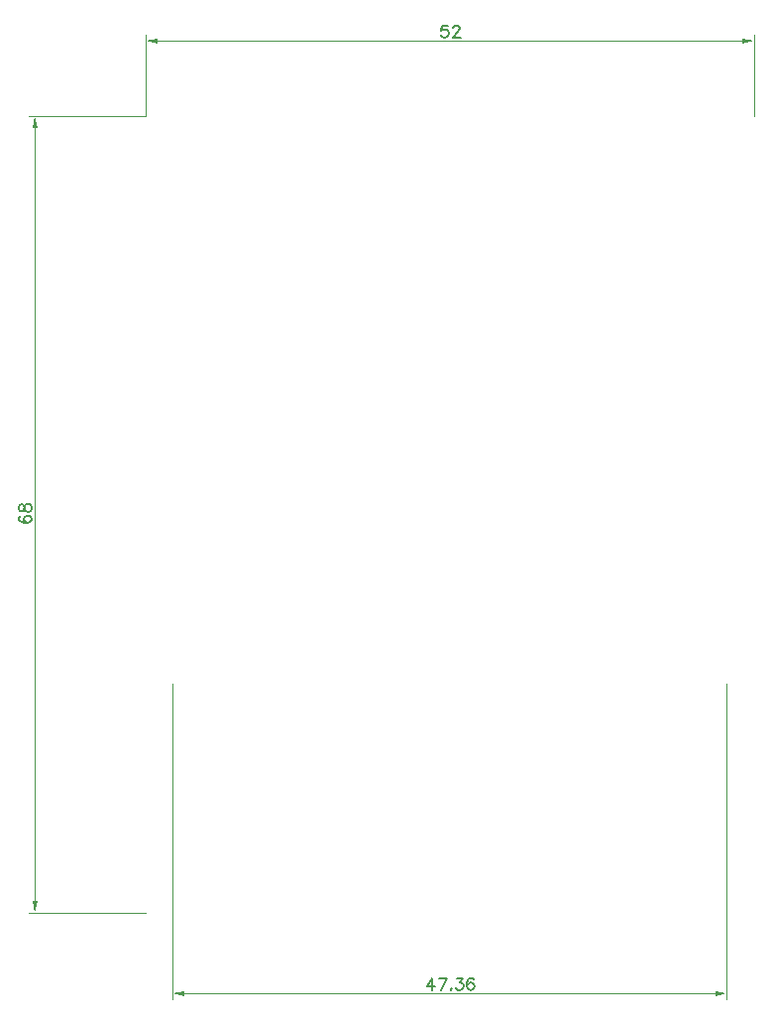
<source format=gbr>
G04 DipTrace 3.0.0.2*
G04 TopDimension.gbr*
%MOMM*%
G04 #@! TF.FileFunction,Drawing,Top*
G04 #@! TF.Part,Single*
%ADD13C,0.035*%
%ADD45C,0.15686*%
%FSLAX35Y35*%
G04*
G71*
G90*
G75*
G01*
G04 TopDimension*
%LPD*%
X1000000Y7800000D2*
D13*
Y8489473D1*
X6200000Y7800000D2*
Y8489473D1*
X3600000Y8439473D2*
X1100000D1*
G36*
X1000000D2*
X1100000Y8459473D1*
Y8419473D1*
X1000000Y8439473D1*
G37*
X3600000D2*
D13*
X6100000D1*
G36*
X6200000D2*
X6100000Y8419473D1*
Y8459473D1*
X6200000Y8439473D1*
G37*
X1000000Y7800000D2*
D13*
X5814D1*
X1000000Y1000000D2*
X5814D1*
X55814Y4400000D2*
Y7700000D1*
G36*
Y7800000D2*
X75814Y7700000D1*
X35814D1*
X55814Y7800000D1*
G37*
Y4400000D2*
D13*
Y1100000D1*
G36*
Y1000000D2*
X35814Y1100000D1*
X75814D1*
X55814Y1000000D1*
G37*
X1232000Y2957000D2*
D13*
Y261053D1*
X5968000Y2957000D2*
Y261053D1*
X3600000Y311053D2*
X1332000D1*
G36*
X1232000D2*
X1332000Y331053D1*
Y291053D1*
X1232000Y311053D1*
G37*
X3600000D2*
D13*
X5868000D1*
G36*
X5968000D2*
X5868000Y291053D1*
Y331053D1*
X5968000Y311053D1*
G37*
X3582386Y8572464D2*
D45*
X3533869D1*
X3529040Y8528776D1*
X3533869Y8533606D1*
X3548469Y8538547D1*
X3562957D1*
X3577557Y8533606D1*
X3587328Y8523947D1*
X3592157Y8509347D1*
Y8499689D1*
X3587328Y8485089D1*
X3577557Y8475318D1*
X3562957Y8470489D1*
X3548469D1*
X3533869Y8475318D1*
X3529040Y8480259D1*
X3524098Y8489918D1*
X3628471Y8548206D2*
Y8553035D1*
X3633300Y8562806D1*
X3638129Y8567635D1*
X3647900Y8572464D1*
X3667329D1*
X3676988Y8567635D1*
X3681817Y8562806D1*
X3686759Y8553035D1*
Y8543376D1*
X3681817Y8533606D1*
X3672159Y8519118D1*
X3623529Y8470489D1*
X3691588D1*
X-62689Y4384913D2*
X-72347Y4380084D1*
X-77177Y4365484D1*
Y4355825D1*
X-72347Y4341225D1*
X-57747Y4331455D1*
X-33489Y4326625D1*
X-9230D1*
X10199Y4331455D1*
X19970Y4341225D1*
X24799Y4355825D1*
Y4360655D1*
X19970Y4375142D1*
X10199Y4384913D1*
X-4401Y4389742D1*
X-9230D1*
X-23830Y4384913D1*
X-33489Y4375142D1*
X-38318Y4360655D1*
Y4355825D1*
X-33489Y4341225D1*
X-23830Y4331455D1*
X-9230Y4326625D1*
X-77177Y4445373D2*
X-72347Y4430886D1*
X-62689Y4425944D1*
X-52918D1*
X-43260Y4430886D1*
X-38318Y4440544D1*
X-33489Y4459973D1*
X-28660Y4474573D1*
X-18889Y4484232D1*
X-9230Y4489061D1*
X5370D1*
X15028Y4484232D1*
X19970Y4479402D1*
X24799Y4464802D1*
Y4445373D1*
X19970Y4430886D1*
X15028Y4425944D1*
X5370Y4421115D1*
X-9230D1*
X-18889Y4425944D1*
X-28660Y4435715D1*
X-33489Y4450202D1*
X-38318Y4469632D1*
X-43260Y4479402D1*
X-52918Y4484232D1*
X-62689D1*
X-72347Y4479402D1*
X-77177Y4464802D1*
Y4445373D1*
X3452781Y342069D2*
Y444044D1*
X3404152Y376098D1*
X3477040D1*
X3527841Y342069D2*
X3576471Y444044D1*
X3508412D1*
X3612672Y351839D2*
X3607843Y346898D1*
X3612672Y342069D1*
X3617614Y346898D1*
X3612672Y351839D1*
X3658757Y444044D2*
X3712103D1*
X3683016Y405186D1*
X3697616D1*
X3707274Y400356D1*
X3712103Y395527D1*
X3717045Y380927D1*
Y371269D1*
X3712103Y356669D1*
X3702445Y346898D1*
X3687845Y342069D1*
X3673245D1*
X3658757Y346898D1*
X3653928Y351839D1*
X3648986Y361498D1*
X3806705Y429556D2*
X3801876Y439215D1*
X3787276Y444044D1*
X3777617D1*
X3763017Y439215D1*
X3753247Y424615D1*
X3748417Y400356D1*
Y376098D1*
X3753247Y356669D1*
X3763017Y346898D1*
X3777617Y342069D1*
X3782447D1*
X3796934Y346898D1*
X3806705Y356669D1*
X3811534Y371269D1*
Y376098D1*
X3806705Y390698D1*
X3796934Y400356D1*
X3782447Y405186D1*
X3777617D1*
X3763017Y400356D1*
X3753247Y390698D1*
X3748417Y376098D1*
M02*

</source>
